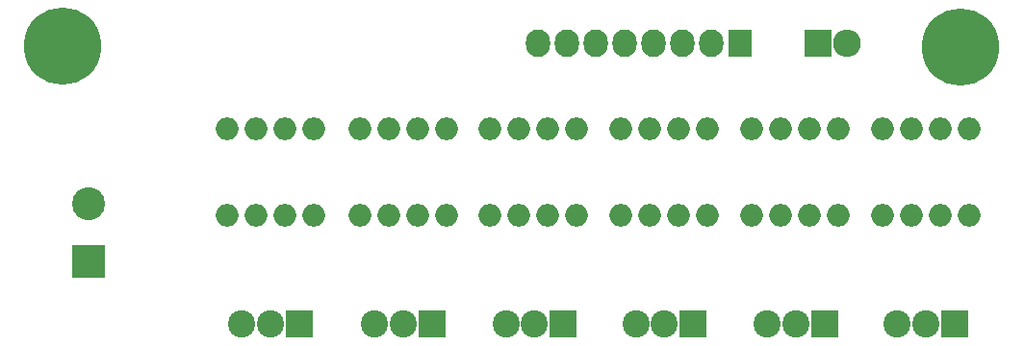
<source format=gbs>
G04 #@! TF.FileFunction,Soldermask,Bot*
%FSLAX46Y46*%
G04 Gerber Fmt 4.6, Leading zero omitted, Abs format (unit mm)*
G04 Created by KiCad (PCBNEW 4.0.6+dfsg1-1) date Mon Feb 26 20:00:46 2018*
%MOMM*%
%LPD*%
G01*
G04 APERTURE LIST*
%ADD10C,0.100000*%
%ADD11R,2.400000X2.400000*%
%ADD12C,2.400000*%
%ADD13O,2.000000X2.000000*%
%ADD14R,2.127200X2.432000*%
%ADD15O,2.127200X2.432000*%
%ADD16R,2.432000X2.432000*%
%ADD17O,2.432000X2.432000*%
%ADD18R,2.900000X2.900000*%
%ADD19C,2.900000*%
%ADD20C,6.800000*%
%ADD21C,1.000000*%
G04 APERTURE END LIST*
D10*
D11*
X36001960Y5217160D03*
D12*
X33461960Y5217160D03*
X30961960Y5217160D03*
D11*
X58988960Y5217160D03*
D12*
X56448960Y5217160D03*
X53948960Y5217160D03*
D13*
X29651960Y14818360D03*
X32191960Y14818360D03*
X34731960Y14818360D03*
X37271960Y14818360D03*
X37271960Y22438360D03*
X34731960Y22438360D03*
X32191960Y22438360D03*
X29651960Y22438360D03*
X18044160Y14818360D03*
X20584160Y14818360D03*
X23124160Y14818360D03*
X25664160Y14818360D03*
X25664160Y22438360D03*
X23124160Y22438360D03*
X20584160Y22438360D03*
X18044160Y22438360D03*
D11*
X24317960Y5217160D03*
D12*
X21777960Y5217160D03*
X19277960Y5217160D03*
D14*
X63129160Y29956760D03*
D15*
X60589160Y29956760D03*
X58049160Y29956760D03*
X55509160Y29956760D03*
X52969160Y29956760D03*
X50429160Y29956760D03*
X47889160Y29956760D03*
X45349160Y29956760D03*
D11*
X81975960Y5217160D03*
D12*
X79435960Y5217160D03*
X76935960Y5217160D03*
D11*
X70545960Y5217160D03*
D12*
X68005960Y5217160D03*
X65505960Y5217160D03*
D11*
X47558960Y5217160D03*
D12*
X45018960Y5217160D03*
X42518960Y5217160D03*
D13*
X41151160Y14801760D03*
X43691160Y14801760D03*
X46231160Y14801760D03*
X48771160Y14801760D03*
X48771160Y22421760D03*
X46231160Y22421760D03*
X43691160Y22421760D03*
X41151160Y22421760D03*
X52651160Y14801760D03*
X55191160Y14801760D03*
X57731160Y14801760D03*
X60271160Y14801760D03*
X60271160Y22421760D03*
X57731160Y22421760D03*
X55191160Y22421760D03*
X52651160Y22421760D03*
X64151160Y14801760D03*
X66691160Y14801760D03*
X69231160Y14801760D03*
X71771160Y14801760D03*
X71771160Y22421760D03*
X69231160Y22421760D03*
X66691160Y22421760D03*
X64151160Y22421760D03*
X75651160Y14801760D03*
X78191160Y14801760D03*
X80731160Y14801760D03*
X83271160Y14801760D03*
X83271160Y22421760D03*
X80731160Y22421760D03*
X78191160Y22421760D03*
X75651160Y22421760D03*
D16*
X69973960Y29974160D03*
D17*
X72513960Y29974160D03*
D18*
X5826760Y10779760D03*
D19*
X5826760Y15779760D03*
D20*
X3566160Y29677360D03*
D21*
X5966160Y29677360D03*
X5263216Y27980304D03*
X3566160Y27277360D03*
X1869104Y27980304D03*
X1166160Y29677360D03*
X1869104Y31374416D03*
X3566160Y32077360D03*
X5263216Y31374416D03*
D20*
X82560160Y29651960D03*
D21*
X84960160Y29651960D03*
X84257216Y27954904D03*
X82560160Y27251960D03*
X80863104Y27954904D03*
X80160160Y29651960D03*
X80863104Y31349016D03*
X82560160Y32051960D03*
X84257216Y31349016D03*
M02*

</source>
